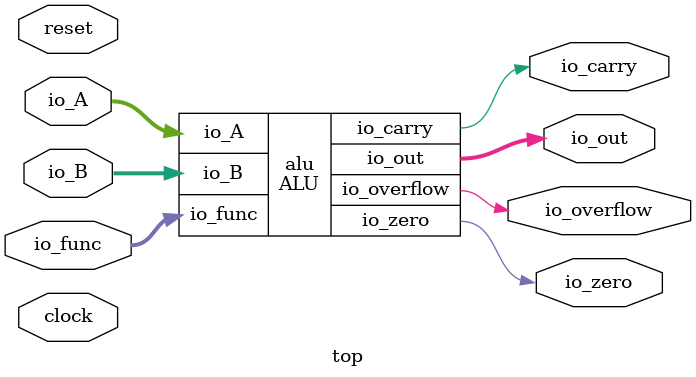
<source format=sv>
module Adder(	// @[src/main/scala/Adder/adder.scala:6:7]
  input  [3:0] io_a,	// @[src/main/scala/Adder/adder.scala:7:14]
               io_b,	// @[src/main/scala/Adder/adder.scala:7:14]
  input        io_ctrl,	// @[src/main/scala/Adder/adder.scala:7:14]
  output       io_carry,	// @[src/main/scala/Adder/adder.scala:7:14]
               io_overflow,	// @[src/main/scala/Adder/adder.scala:7:14]
               io_zero,	// @[src/main/scala/Adder/adder.scala:7:14]
  output [3:0] io_res	// @[src/main/scala/Adder/adder.scala:7:14]
);

  wire [3:0] _t_add_Cin_T_2 = ({4{io_ctrl}} ^ io_b) + {3'h0, io_ctrl};	// @[src/main/scala/Adder/adder.scala:16:23, :17:{30,45}]
  wire [4:0] sum = {io_a[3], io_a} + {_t_add_Cin_T_2[3], _t_add_Cin_T_2};	// @[src/main/scala/Adder/adder.scala:17:45, :18:24]
  assign io_carry = sum[4] ^ io_ctrl;	// @[src/main/scala/Adder/adder.scala:6:7, :18:24, :20:{22,30}]
  assign io_overflow = io_a[3] == _t_add_Cin_T_2[3] & sum[3] != io_a[3];	// @[src/main/scala/Adder/adder.scala:6:7, :17:45, :18:24, :21:{24,36,49,62,72,84}]
  assign io_zero = sum[3:0] == 4'h0;	// @[src/main/scala/Adder/adder.scala:6:7, :18:24, :19:21, :22:25]
  assign io_res = sum[3:0];	// @[src/main/scala/Adder/adder.scala:6:7, :18:24, :19:21]
endmodule

module Comparator(	// @[src/main/scala/Comparator/comparator.scala:9:7]
  input  [3:0] io_A,	// @[src/main/scala/Comparator/comparator.scala:10:14]
               io_B,	// @[src/main/scala/Comparator/comparator.scala:10:14]
  output       io_out,	// @[src/main/scala/Comparator/comparator.scala:10:14]
               io_eq	// @[src/main/scala/Comparator/comparator.scala:10:14]
);

  wire       _adder_io_overflow;	// @[src/main/scala/Comparator/comparator.scala:16:21]
  wire [3:0] _adder_io_res;	// @[src/main/scala/Comparator/comparator.scala:16:21]
  Adder adder (	// @[src/main/scala/Comparator/comparator.scala:16:21]
    .io_a        (io_A),
    .io_b        (io_B),
    .io_ctrl     (1'h1),
    .io_carry    (/* unused */),
    .io_overflow (_adder_io_overflow),
    .io_zero     (io_eq),
    .io_res      (_adder_io_res)
  );	// @[src/main/scala/Comparator/comparator.scala:16:21]
  assign io_out = _adder_io_overflow ^ _adder_io_res[3];	// @[src/main/scala/Comparator/comparator.scala:9:7, :16:21, :23:{16,35}]
endmodule

module ALU(	// @[src/main/scala/ALU/ALU.scala:8:7]
  input  [2:0] io_func,	// @[src/main/scala/ALU/ALU.scala:9:14]
  input  [3:0] io_A,	// @[src/main/scala/ALU/ALU.scala:9:14]
               io_B,	// @[src/main/scala/ALU/ALU.scala:9:14]
  output [3:0] io_out,	// @[src/main/scala/ALU/ALU.scala:9:14]
  output       io_zero,	// @[src/main/scala/ALU/ALU.scala:9:14]
               io_overflow,	// @[src/main/scala/ALU/ALU.scala:9:14]
               io_carry	// @[src/main/scala/ALU/ALU.scala:9:14]
);

  wire       _comparator_io_out;	// @[src/main/scala/ALU/ALU.scala:42:28]
  wire       _comparator_io_eq;	// @[src/main/scala/ALU/ALU.scala:42:28]
  wire       _adder_io_carry;	// @[src/main/scala/ALU/ALU.scala:25:23]
  wire       _adder_io_overflow;	// @[src/main/scala/ALU/ALU.scala:25:23]
  wire       _adder_io_zero;	// @[src/main/scala/ALU/ALU.scala:25:23]
  wire [3:0] _adder_io_res;	// @[src/main/scala/ALU/ALU.scala:25:23]
  wire       _GEN = ~(|io_func) | io_func == 3'h1;	// @[src/main/scala/ALU/ALU.scala:24:{16,29,40}]
  reg  [3:0] casez_tmp;	// @[src/main/scala/ALU/ALU.scala:33:36, :34:12, :35:36]
  wire [3:0] _io_out_T_13 =
    {3'h0, io_func == 3'h6 ? _comparator_io_out : _comparator_io_eq};	// @[src/main/scala/ALU/ALU.scala:24:16, :41:22, :42:28, :45:27]
  always_comb begin	// @[src/main/scala/ALU/ALU.scala:19:15, :33:{22,36}, :34:12, :35:{22,36}, :36:12, :37:{22,36}, :38:12, :39:{22,36}, :40:12, :41:{35,60}, :45:21]
    casez (io_func)	// @[src/main/scala/ALU/ALU.scala:19:15, :33:{22,36}, :34:12, :35:{22,36}, :36:12, :37:{22,36}, :38:12, :39:{22,36}, :40:12, :41:{35,60}, :45:21]
      3'b000:
        casez_tmp = 4'h0;	// @[src/main/scala/ALU/ALU.scala:19:15, :33:{22,36}, :34:12, :35:{22,36}, :36:12, :37:{22,36}, :38:12, :39:{22,36}, :40:12, :41:{35,60}, :45:21]
      3'b001:
        casez_tmp = 4'h0;	// @[src/main/scala/ALU/ALU.scala:19:15, :33:{22,36}, :34:12, :35:{22,36}, :36:12, :37:{22,36}, :38:12, :39:{22,36}, :40:12, :41:{35,60}, :45:21]
      3'b010:
        casez_tmp = ~io_A;	// @[src/main/scala/ALU/ALU.scala:19:15, :33:{22,36}, :34:{12,15}, :35:{22,36}, :36:12, :37:{22,36}, :38:12, :39:{22,36}, :40:12, :41:{35,60}, :45:21]
      3'b011:
        casez_tmp = io_A & io_B;	// @[src/main/scala/ALU/ALU.scala:19:15, :33:{22,36}, :34:12, :35:{22,36}, :36:{12,20}, :37:{22,36}, :38:12, :39:{22,36}, :40:12, :41:{35,60}, :45:21]
      3'b100:
        casez_tmp = io_A | io_B;	// @[src/main/scala/ALU/ALU.scala:19:15, :33:{22,36}, :34:12, :35:{22,36}, :36:12, :37:{22,36}, :38:{12,20}, :39:{22,36}, :40:12, :41:{35,60}, :45:21]
      3'b101:
        casez_tmp = io_A ^ io_B;	// @[src/main/scala/ALU/ALU.scala:19:15, :33:{22,36}, :34:12, :35:{22,36}, :36:12, :37:{22,36}, :38:12, :39:{22,36}, :40:{12,20}, :41:{35,60}, :45:21]
      3'b110:
        casez_tmp = _io_out_T_13;	// @[src/main/scala/ALU/ALU.scala:19:15, :33:{22,36}, :34:12, :35:{22,36}, :36:12, :37:{22,36}, :38:12, :39:{22,36}, :40:12, :41:{35,60}, :45:{21,27}]
      default:
        casez_tmp = _io_out_T_13;	// @[src/main/scala/ALU/ALU.scala:19:15, :33:{22,36}, :34:12, :35:{22,36}, :36:12, :37:{22,36}, :38:12, :39:{22,36}, :40:12, :41:{35,60}, :45:{21,27}]
    endcase	// @[src/main/scala/ALU/ALU.scala:19:15, :33:{22,36}, :34:12, :35:{22,36}, :36:12, :37:{22,36}, :38:12, :39:{22,36}, :40:12, :41:{35,60}, :45:21]
  end // always_comb
  Adder adder (	// @[src/main/scala/ALU/ALU.scala:25:23]
    .io_a        (io_A),
    .io_b        (io_B),
    .io_ctrl     (|io_func),	// @[src/main/scala/ALU/ALU.scala:24:16]
    .io_carry    (_adder_io_carry),
    .io_overflow (_adder_io_overflow),
    .io_zero     (_adder_io_zero),
    .io_res      (_adder_io_res)
  );	// @[src/main/scala/ALU/ALU.scala:25:23]
  Comparator comparator (	// @[src/main/scala/ALU/ALU.scala:42:28]
    .io_A   (io_A),
    .io_B   (io_B),
    .io_out (_comparator_io_out),
    .io_eq  (_comparator_io_eq)
  );	// @[src/main/scala/ALU/ALU.scala:42:28]
  assign io_out = _GEN ? _adder_io_res : casez_tmp;	// @[src/main/scala/ALU/ALU.scala:8:7, :24:{29,54}, :25:23, :29:19, :33:36, :34:12, :35:36]
  assign io_zero = _GEN & _adder_io_zero;	// @[src/main/scala/ALU/ALU.scala:8:7, :20:15, :24:{29,54}, :25:23, :30:19]
  assign io_overflow = _GEN & _adder_io_overflow;	// @[src/main/scala/ALU/ALU.scala:8:7, :21:15, :24:{29,54}, :25:23, :31:19]
  assign io_carry = _GEN & _adder_io_carry;	// @[src/main/scala/ALU/ALU.scala:8:7, :22:15, :24:{29,54}, :25:23, :32:19]
endmodule

module top(	// @[src/main/scala/top.scala:6:7]
  input        clock,	// @[src/main/scala/top.scala:6:7]
               reset,	// @[src/main/scala/top.scala:6:7]
  input  [2:0] io_func,	// @[src/main/scala/top.scala:7:14]
  input  [3:0] io_A,	// @[src/main/scala/top.scala:7:14]
               io_B,	// @[src/main/scala/top.scala:7:14]
  output [3:0] io_out,	// @[src/main/scala/top.scala:7:14]
  output       io_zero,	// @[src/main/scala/top.scala:7:14]
               io_overflow,	// @[src/main/scala/top.scala:7:14]
               io_carry	// @[src/main/scala/top.scala:7:14]
);

  ALU alu (	// @[src/main/scala/top.scala:16:19]
    .io_func     (io_func),
    .io_A        (io_A),
    .io_B        (io_B),
    .io_out      (io_out),
    .io_zero     (io_zero),
    .io_overflow (io_overflow),
    .io_carry    (io_carry)
  );	// @[src/main/scala/top.scala:16:19]
endmodule


</source>
